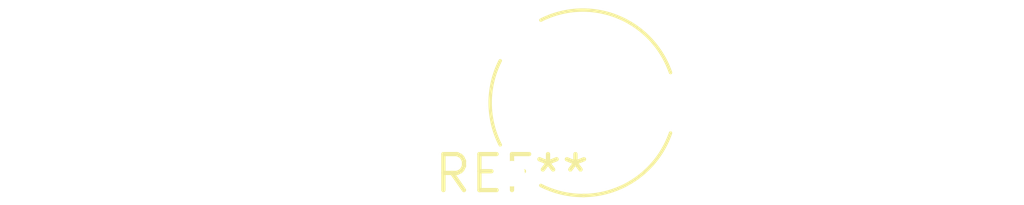
<source format=kicad_pcb>
(kicad_pcb (version 20240108) (generator pcbnew)
  (layers (0 "F.Cu" signal) (31 "B.Cu" signal) (34 "B.Paste" user) (35 "F.Paste" user) (36 "B.SilkS" user "B.Silkscreen") (37 "F.SilkS" user "F.Silkscreen") (38 "B.Mask" user) (39 "F.Mask" user) (44 "Edge.Cuts" user))
  (net 0 "")
  (footprint "Potentiometer_Piher_PT-6-V_Vertical" (layer "F.Cu") (at 0 0)
    (property "Reference" "REF**")
    (property "Value" "Potentiometer_Piher_PT-6-V_Vertical")
    (fp_arc (start -0.413387 -1.014798) (mid -0.770114 -2.499325) (end -0.414 -3.984) (layer "F.SilkS") (stroke (width 0.12)))
    (fp_arc (start 1.016032 -5.413829) (mid 3.725524 -5.531609) (end 5.592 -3.564) (layer "F.SilkS") (stroke (width 0.12)))
    (fp_arc (start 2.556863 0.770075) (mid 1.764071 0.686696) (end 1.015 0.414) (layer "F.SilkS") (stroke (width 0.12)))
    (fp_arc (start 5.591846 -1.435392) (mid 4.398899 0.162158) (end 2.5 0.77) (layer "F.SilkS") (stroke (width 0.12)))
    (pad "1" thru_hole circle (at 0 0) (size 1.62 1.62) (drill 0.9) (layers *.Cu *.Mask) (remove_unused_layers))
    (pad "2" thru_hole circle (at 5 -2.5) (size 1.62 1.62) (drill 0.9) (layers *.Cu *.Mask) (remove_unused_layers))
    (pad "3" thru_hole circle (at 0 -5) (size 1.62 1.62) (drill 0.9) (layers *.Cu *.Mask) (remove_unused_layers))
  )
)
</source>
